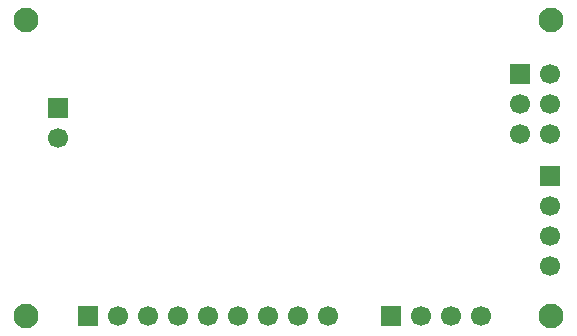
<source format=gbs>
%TF.GenerationSoftware,KiCad,Pcbnew,9.0.5*%
%TF.CreationDate,2025-10-30T12:00:21+09:00*%
%TF.ProjectId,MCU_Datalogger,4d43555f-4461-4746-916c-6f676765722e,1*%
%TF.SameCoordinates,Original*%
%TF.FileFunction,Soldermask,Bot*%
%TF.FilePolarity,Negative*%
%FSLAX46Y46*%
G04 Gerber Fmt 4.6, Leading zero omitted, Abs format (unit mm)*
G04 Created by KiCad (PCBNEW 9.0.5) date 2025-10-30 12:00:21*
%MOMM*%
%LPD*%
G01*
G04 APERTURE LIST*
%ADD10C,2.100000*%
%ADD11R,1.700000X1.700000*%
%ADD12C,1.700000*%
G04 APERTURE END LIST*
D10*
%TO.C,H1*%
X138684000Y-61976000D03*
%TD*%
%TO.C,H2*%
X138684000Y-86995000D03*
%TD*%
%TO.C,H3*%
X183134000Y-61976000D03*
%TD*%
%TO.C,H4*%
X183134000Y-86995000D03*
%TD*%
D11*
%TO.C,J3*%
X169607000Y-86995000D03*
D12*
X172147000Y-86995000D03*
X174687000Y-86995000D03*
X177227000Y-86995000D03*
%TD*%
D11*
%TO.C,J4*%
X180457000Y-66548000D03*
D12*
X182997000Y-66548000D03*
X180457000Y-69088000D03*
X182997000Y-69088000D03*
X180457000Y-71628000D03*
X182997000Y-71628000D03*
%TD*%
D11*
%TO.C,J1*%
X183007000Y-75184000D03*
D12*
X183007000Y-77724000D03*
X183007000Y-80264000D03*
X183007000Y-82804000D03*
%TD*%
D11*
%TO.C,J2*%
X143953000Y-86995000D03*
D12*
X146493000Y-86995000D03*
X149033000Y-86995000D03*
X151573000Y-86995000D03*
X154113000Y-86995000D03*
X156653000Y-86995000D03*
X159193000Y-86995000D03*
X161733000Y-86995000D03*
X164273000Y-86995000D03*
%TD*%
D11*
%TO.C,BAT*%
X141413000Y-69404000D03*
D12*
X141413000Y-71944000D03*
%TD*%
M02*

</source>
